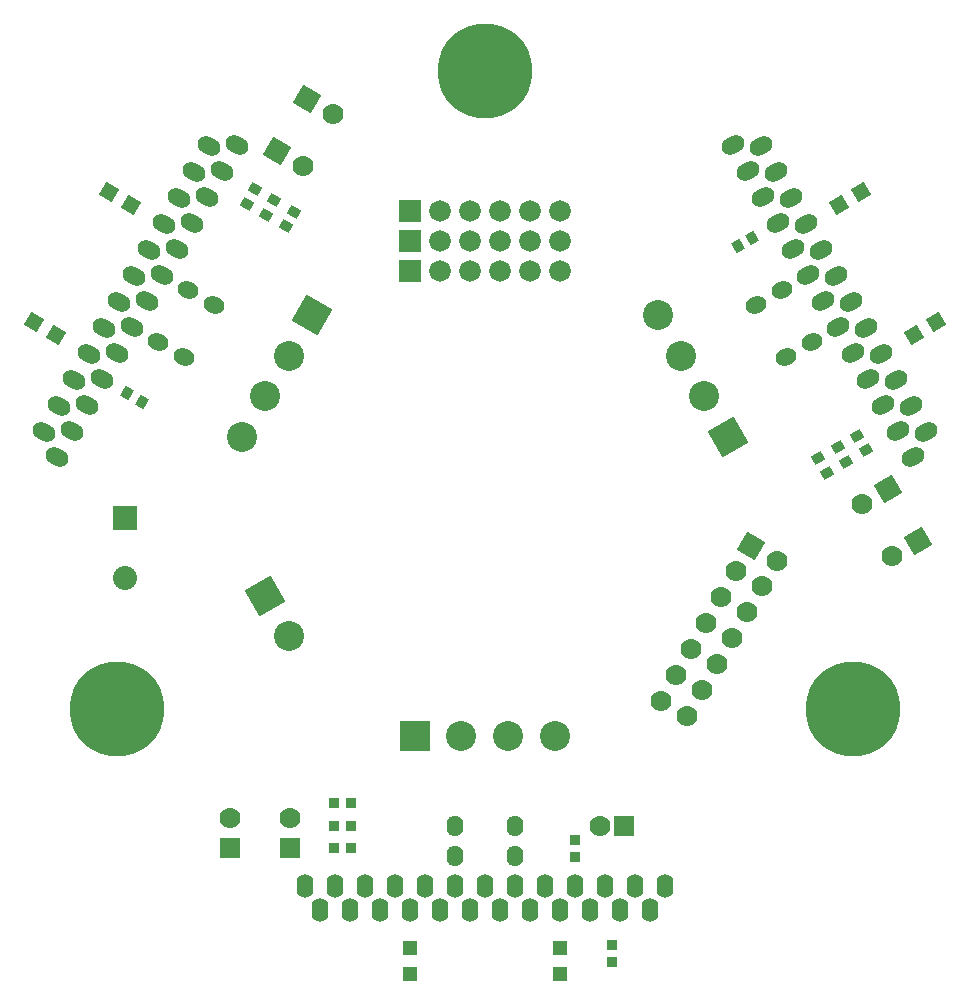
<source format=gbs>
G04 ================== begin FILE IDENTIFICATION RECORD ==================*
G04 Layout Name:  C:/home/kumagai/Develop/OrCAD/SMDriverC_R11/allegro/SMDRIVERC.brd*
G04 Film Name:    GB_SMDriverC.GBS*
G04 File Format:  Gerber RS274X*
G04 File Origin:  Cadence Allegro 16.6-S014*
G04 Origin Date:  Thu Feb 25 00:52:31 2016*
G04 *
G04 Layer:  VIA CLASS/SOLDERMASK_BOTTOM*
G04 Layer:  PIN/SOLDERMASK_BOTTOM*
G04 Layer:  PACKAGE GEOMETRY/SOLDERMASK_BOTTOM*
G04 Layer:  DRC ERROR CLASS/SOLDERMASK_BOTTOM*
G04 Layer:  BOARD GEOMETRY/SOLDERMASK_BOTTOM*
G04 *
G04 Offset:    (0.0000 0.0000)*
G04 Mirror:    No*
G04 Mode:      Positive*
G04 Rotation:  0*
G04 FullContactRelief:  No*
G04 UndefLineWidth:     0.0000*
G04 ================== end FILE IDENTIFICATION RECORD ====================*
%FSLAX25Y25*MOMM*%
%IR0*IPPOS*OFA0.00000B0.00000*MIA0B0*SFA1.00000B1.00000*%
%AMMACRO34*
21,1,1.4224,.6096,0.0,0.0,120.*
1,1,1.4224,.263965,.1524*
1,1,1.4224,-.263965,-.1524*%
%ADD34MACRO34*%
%AMMACRO10*
21,1,1.27,1.27,0.0,0.0,150.*%
%ADD10MACRO10*%
%AMMACRO32*
21,1,1.4224,.3556,0.0,0.0,120.*
1,1,1.4224,.153979,.0889*
1,1,1.4224,-.153979,-.0889*%
%ADD32MACRO32*%
%AMMACRO35*
21,1,.8128,.9652,0.0,0.0,120.*%
%ADD35MACRO35*%
%AMMACRO16*
21,1,.8128,.9652,0.0,0.0,150.*%
%ADD16MACRO16*%
%AMMACRO36*
21,1,1.27,1.27,0.0,0.0,30.*%
%ADD36MACRO36*%
%AMMACRO14*
21,1,1.4224,.6096,0.0,0.0,60.*
1,1,1.4224,.263965,-.1524*
1,1,1.4224,-.263965,.1524*%
%ADD14MACRO14*%
%ADD24O,1.4224X2.032*%
%ADD26R,1.27X1.27*%
%ADD12C,2.032*%
%ADD11C,8.001*%
%AMMACRO20*
21,1,2.54,2.54,0.0,0.0,30.*%
%ADD20MACRO20*%
%ADD19C,2.54*%
%AMMACRO21*
21,1,2.54,2.54,0.0,0.0,60.*%
%ADD21MACRO21*%
%ADD13R,2.032X2.032*%
%AMMACRO15*
21,1,1.4224,.3556,0.0,0.0,60.*
1,1,1.4224,.153979,-.0889*
1,1,1.4224,-.153979,.0889*%
%ADD15MACRO15*%
%ADD28R,2.54X2.54*%
%ADD27O,1.4224X1.778*%
%AMMACRO37*
21,1,1.778,1.778,0.0,0.0,30.*%
%ADD37MACRO37*%
%ADD17C,1.778*%
%AMMACRO33*
21,1,.8128,.9652,0.0,0.0,30.*%
%ADD33MACRO33*%
%AMMACRO23*
21,1,1.778,1.778,0.0,0.0,60.*%
%ADD23MACRO23*%
%ADD30C,1.8288*%
%AMMACRO22*
21,1,.8128,.9652,0.0,0.0,60.*%
%ADD22MACRO22*%
%ADD18R,1.778X1.778*%
%ADD31R,.9652X.8128*%
%ADD25R,.8128X.9652*%
%ADD29R,1.8288X1.8288*%
%LPD*%
G75*
G54D10*
X-3819430Y1471910D03*
X-3634650Y1365230D03*
X-3184430Y2571770D03*
X-2999650Y2465090D03*
G54D20*
X-1858820Y-844420D03*
X2056940Y501270D03*
G54D11*
X-3117690Y-1800000D03*
X0Y3600000D03*
X3117690Y-1800000D03*
G54D30*
X-127000Y2159000D03*
X-381000D03*
X-127000Y1905000D03*
X-381000D03*
X-127000Y2413000D03*
X-381000D03*
X635000Y2159000D03*
X381000D03*
X127000D03*
X635000Y1905000D03*
X381000D03*
X127000D03*
X635000Y2413000D03*
X381000D03*
X127000D03*
G54D21*
X-1462580Y1530730D03*
G54D12*
X-3048000Y-698500D03*
G54D31*
X1079500Y-3944620D03*
Y-3802380D03*
X762000Y-2913380D03*
Y-3055620D03*
G54D22*
X-1851980Y2380270D03*
X-1780860Y2503450D03*
X-1687010Y2285020D03*
X-1615890Y2408200D03*
X-2016960Y2475520D03*
X-1945840Y2598700D03*
G54D13*
X-3048000Y-190500D03*
G54D23*
X-1759160Y2922060D03*
X-1505160Y3362000D03*
X2250740Y-419590D03*
G54D14*
X-3607100Y762730D03*
X-3734100Y542760D03*
X-3367620Y771120D03*
X-3494620Y551150D03*
X-3621620Y331180D03*
X-3226100Y1422640D03*
X-3353100Y1202670D03*
X-3480100Y982700D03*
X-3113620Y1211060D03*
X-3240620Y991090D03*
X-3099100Y1642610D03*
X-2986620Y1431030D03*
X-2718100Y2302530D03*
X-2845100Y2082560D03*
X-2972100Y1862590D03*
X-2478620Y2310910D03*
X-2605620Y2090940D03*
X-2732620Y1870970D03*
X-2859620Y1651000D03*
X-2337100Y2962440D03*
X-2464100Y2742470D03*
X-2591100Y2522500D03*
X-2351620Y2530880D03*
X-2097620Y2970820D03*
X-2224620Y2750850D03*
G54D32*
X2292670Y1616970D03*
X2766650Y1304030D03*
X2546670Y1177030D03*
X2512650Y1743970D03*
G54D33*
X2142060Y2116600D03*
X2265240Y2187720D03*
G54D15*
X-2766650Y1304030D03*
X-2546670Y1177030D03*
X-2512650Y1743970D03*
X-2292670Y1616970D03*
G54D24*
X-1397000Y-3505200D03*
X-1143000D03*
X-889000D03*
X-1524000Y-3302000D03*
X-1270000D03*
X-1016000D03*
X-635000Y-3505200D03*
X-381000D03*
X-127000D03*
X-762000Y-3302000D03*
X-508000D03*
X-254000D03*
X127000Y-3505200D03*
X381000D03*
X635000D03*
X0Y-3302000D03*
X254000D03*
X508000D03*
X889000Y-3505200D03*
X1143000D03*
X1397000D03*
X762000Y-3302000D03*
X1016000D03*
X1270000D03*
X1524000D03*
G54D25*
X-1135380Y-2794000D03*
X-1277620D03*
X-1135380Y-2603500D03*
X-1277620D03*
X-1135380Y-2984500D03*
X-1277620D03*
G54D16*
X-2904060Y796780D03*
X-3027240Y867900D03*
G54D34*
X2224620Y2750850D03*
X2097620Y2970820D03*
X2986620Y1431030D03*
X2972100Y1862590D03*
X2845100Y2082560D03*
X2718100Y2302530D03*
X2859620Y1651000D03*
X2732620Y1870970D03*
X2605620Y2090940D03*
X2478620Y2310910D03*
X2591100Y2522500D03*
X2464100Y2742470D03*
X2337100Y2962440D03*
X2351620Y2530880D03*
X3734100Y542760D03*
X3607100Y762730D03*
X3621620Y331180D03*
X3494620Y551150D03*
X3367620Y771120D03*
X3480100Y982700D03*
X3353100Y1202670D03*
X3226100Y1422640D03*
X3240620Y991090D03*
X3113620Y1211060D03*
X3099100Y1642610D03*
G54D17*
X-1651000Y-2730500D03*
X-2159000D03*
X-1539180Y2795060D03*
X-1285180Y3235000D03*
X977900Y-2794000D03*
X1488740Y-1739410D03*
X1708720Y-1866410D03*
X1835720Y-1646440D03*
X1615740Y-1519440D03*
X1962720Y-1426470D03*
X2089720Y-1206500D03*
X2216720Y-986530D03*
X1742740Y-1299470D03*
X1869740Y-1079500D03*
X1996740Y-859530D03*
X2123740Y-639560D03*
X2343720Y-766560D03*
X2470720Y-546590D03*
X3190180Y-64560D03*
X3444180Y-504500D03*
G54D26*
X-635000Y-4043680D03*
Y-3830320D03*
X635000Y-4043680D03*
Y-3830320D03*
G54D35*
X2987360Y413730D03*
X2822390Y318480D03*
X2893510Y195300D03*
X3058480Y290550D03*
X3152340Y508980D03*
X3223460Y385800D03*
G54D18*
X-1651000Y-2984500D03*
X-2159000D03*
X1181100Y-2794000D03*
G54D27*
X-254000Y-3048000D03*
Y-2794000D03*
X254000Y-3048000D03*
Y-2794000D03*
G54D36*
X2999650Y2465090D03*
X3634650Y1365230D03*
X3184430Y2571770D03*
X3819430Y1471910D03*
G54D37*
X3664160Y-377500D03*
X3410160Y62440D03*
G54D28*
X-594360Y-2032000D03*
G54D19*
X-1660700Y-1187580D03*
X-2056940Y501270D03*
X-1858820Y844420D03*
X-1660700Y1187580D03*
X-198120Y-2032000D03*
X594360D03*
X198120D03*
X1462580Y1530730D03*
X1858820Y844420D03*
X1660700Y1187580D03*
G54D29*
X-635000Y2159000D03*
Y1905000D03*
Y2413000D03*
M02*

</source>
